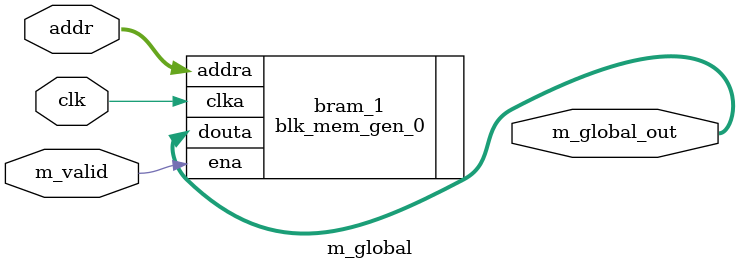
<source format=sv>
`timescale 1ns / 1ps

module m_global #(parameter f = 3, parameter br = 8, parameter data_w = 16)(
input logic clk, input logic [f-1:0] addr, input logic m_valid,
output logic [br*data_w-1:0] m_global_out
);

blk_mem_gen_0 bram_1 (
  .clka(clk),    // input wire clka
  .ena(m_valid),      // input wire ena
  .addra(addr),  // input wire [2 : 0] addra
  .douta(m_global_out)  // output wire [127 : 0] douta
);

endmodule

</source>
